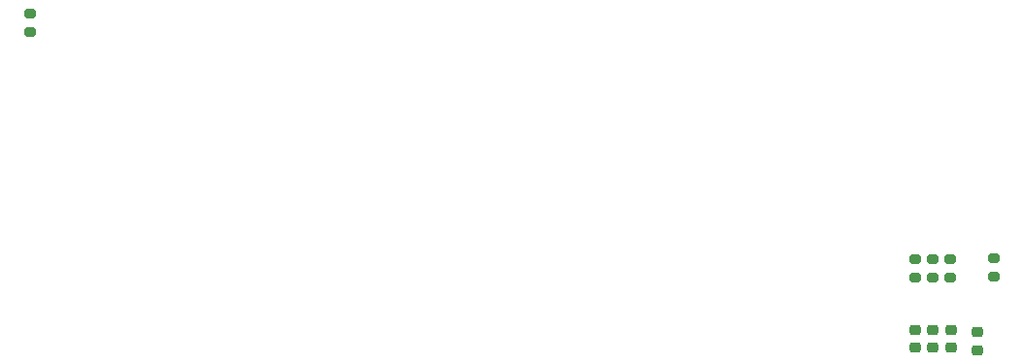
<source format=gbr>
%TF.GenerationSoftware,KiCad,Pcbnew,(6.0.2-0)*%
%TF.CreationDate,2022-03-26T21:56:15+01:00*%
%TF.ProjectId,RP2040GPSTracker,52503230-3430-4475-9053-547261636b65,rev?*%
%TF.SameCoordinates,PX4416780PY363af58*%
%TF.FileFunction,Paste,Bot*%
%TF.FilePolarity,Positive*%
%FSLAX46Y46*%
G04 Gerber Fmt 4.6, Leading zero omitted, Abs format (unit mm)*
G04 Created by KiCad (PCBNEW (6.0.2-0)) date 2022-03-26 21:56:15*
%MOMM*%
%LPD*%
G01*
G04 APERTURE LIST*
G04 Aperture macros list*
%AMRoundRect*
0 Rectangle with rounded corners*
0 $1 Rounding radius*
0 $2 $3 $4 $5 $6 $7 $8 $9 X,Y pos of 4 corners*
0 Add a 4 corners polygon primitive as box body*
4,1,4,$2,$3,$4,$5,$6,$7,$8,$9,$2,$3,0*
0 Add four circle primitives for the rounded corners*
1,1,$1+$1,$2,$3*
1,1,$1+$1,$4,$5*
1,1,$1+$1,$6,$7*
1,1,$1+$1,$8,$9*
0 Add four rect primitives between the rounded corners*
20,1,$1+$1,$2,$3,$4,$5,0*
20,1,$1+$1,$4,$5,$6,$7,0*
20,1,$1+$1,$6,$7,$8,$9,0*
20,1,$1+$1,$8,$9,$2,$3,0*%
G04 Aperture macros list end*
%ADD10RoundRect,0.225000X0.250000X-0.225000X0.250000X0.225000X-0.250000X0.225000X-0.250000X-0.225000X0*%
%ADD11RoundRect,0.200000X-0.275000X0.200000X-0.275000X-0.200000X0.275000X-0.200000X0.275000X0.200000X0*%
%ADD12RoundRect,0.200000X0.275000X-0.200000X0.275000X0.200000X-0.275000X0.200000X-0.275000X-0.200000X0*%
G04 APERTURE END LIST*
D10*
%TO.C,C28*%
X81470000Y3680000D03*
X81470000Y5230000D03*
%TD*%
D11*
%TO.C,R27*%
X85235000Y11490000D03*
X85235000Y9840000D03*
%TD*%
D12*
%TO.C,R25*%
X78335000Y9760000D03*
X78335000Y11410000D03*
%TD*%
D10*
%TO.C,C27*%
X83820000Y3460000D03*
X83820000Y5010000D03*
%TD*%
D12*
%TO.C,R26*%
X79865000Y9770000D03*
X79865000Y11420000D03*
%TD*%
D10*
%TO.C,C30*%
X79935000Y3680000D03*
X79935000Y5230000D03*
%TD*%
%TO.C,C29*%
X78390000Y3680000D03*
X78390000Y5230000D03*
%TD*%
D12*
%TO.C,R24*%
X81395000Y9770000D03*
X81395000Y11420000D03*
%TD*%
%TO.C,TH1*%
X1215000Y31200000D03*
X1215000Y32850000D03*
%TD*%
M02*

</source>
